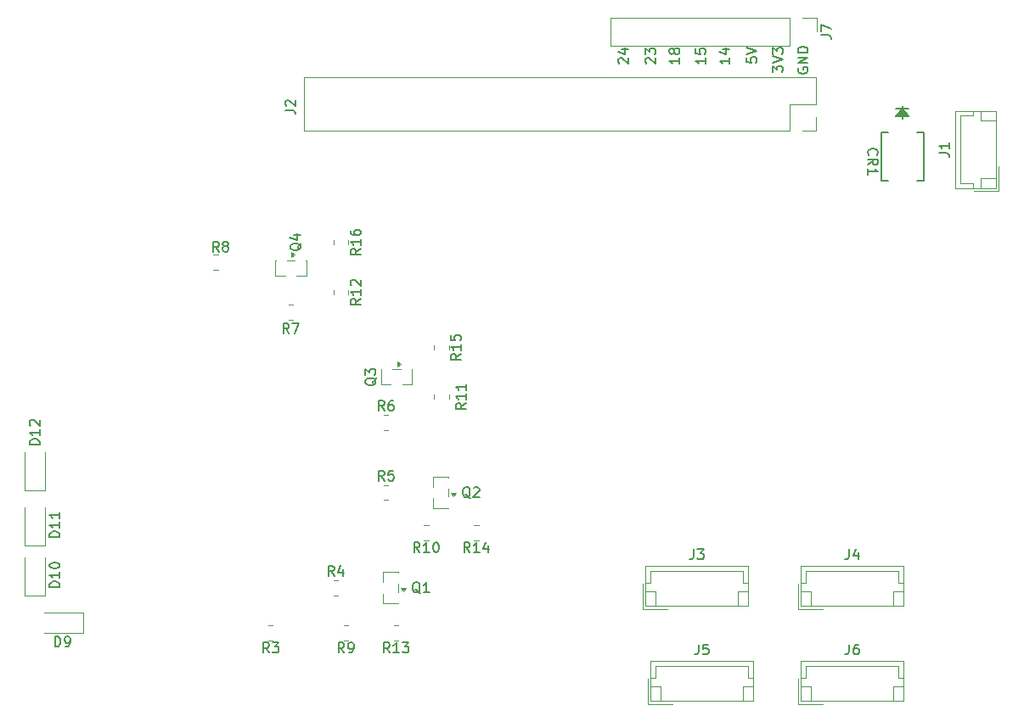
<source format=gbr>
%TF.GenerationSoftware,KiCad,Pcbnew,9.0.6*%
%TF.CreationDate,2025-12-07T15:07:03-05:00*%
%TF.ProjectId,IO_board,494f5f62-6f61-4726-942e-6b696361645f,rev?*%
%TF.SameCoordinates,Original*%
%TF.FileFunction,Legend,Top*%
%TF.FilePolarity,Positive*%
%FSLAX46Y46*%
G04 Gerber Fmt 4.6, Leading zero omitted, Abs format (unit mm)*
G04 Created by KiCad (PCBNEW 9.0.6) date 2025-12-07 15:07:03*
%MOMM*%
%LPD*%
G01*
G04 APERTURE LIST*
%ADD10C,0.200000*%
%ADD11C,0.150000*%
%ADD12C,0.120000*%
%ADD13C,0.152400*%
G04 APERTURE END LIST*
D10*
X153614838Y-64106517D02*
X153567219Y-64201755D01*
X153567219Y-64201755D02*
X153567219Y-64344612D01*
X153567219Y-64344612D02*
X153614838Y-64487469D01*
X153614838Y-64487469D02*
X153710076Y-64582707D01*
X153710076Y-64582707D02*
X153805314Y-64630326D01*
X153805314Y-64630326D02*
X153995790Y-64677945D01*
X153995790Y-64677945D02*
X154138647Y-64677945D01*
X154138647Y-64677945D02*
X154329123Y-64630326D01*
X154329123Y-64630326D02*
X154424361Y-64582707D01*
X154424361Y-64582707D02*
X154519600Y-64487469D01*
X154519600Y-64487469D02*
X154567219Y-64344612D01*
X154567219Y-64344612D02*
X154567219Y-64249374D01*
X154567219Y-64249374D02*
X154519600Y-64106517D01*
X154519600Y-64106517D02*
X154471980Y-64058898D01*
X154471980Y-64058898D02*
X154138647Y-64058898D01*
X154138647Y-64058898D02*
X154138647Y-64249374D01*
X154567219Y-63630326D02*
X153567219Y-63630326D01*
X153567219Y-63630326D02*
X154567219Y-63058898D01*
X154567219Y-63058898D02*
X153567219Y-63058898D01*
X154567219Y-62582707D02*
X153567219Y-62582707D01*
X153567219Y-62582707D02*
X153567219Y-62344612D01*
X153567219Y-62344612D02*
X153614838Y-62201755D01*
X153614838Y-62201755D02*
X153710076Y-62106517D01*
X153710076Y-62106517D02*
X153805314Y-62058898D01*
X153805314Y-62058898D02*
X153995790Y-62011279D01*
X153995790Y-62011279D02*
X154138647Y-62011279D01*
X154138647Y-62011279D02*
X154329123Y-62058898D01*
X154329123Y-62058898D02*
X154424361Y-62106517D01*
X154424361Y-62106517D02*
X154519600Y-62201755D01*
X154519600Y-62201755D02*
X154567219Y-62344612D01*
X154567219Y-62344612D02*
X154567219Y-62582707D01*
X151067219Y-64525564D02*
X151067219Y-63906517D01*
X151067219Y-63906517D02*
X151448171Y-64239850D01*
X151448171Y-64239850D02*
X151448171Y-64096993D01*
X151448171Y-64096993D02*
X151495790Y-64001755D01*
X151495790Y-64001755D02*
X151543409Y-63954136D01*
X151543409Y-63954136D02*
X151638647Y-63906517D01*
X151638647Y-63906517D02*
X151876742Y-63906517D01*
X151876742Y-63906517D02*
X151971980Y-63954136D01*
X151971980Y-63954136D02*
X152019600Y-64001755D01*
X152019600Y-64001755D02*
X152067219Y-64096993D01*
X152067219Y-64096993D02*
X152067219Y-64382707D01*
X152067219Y-64382707D02*
X152019600Y-64477945D01*
X152019600Y-64477945D02*
X151971980Y-64525564D01*
X151067219Y-63620802D02*
X152067219Y-63287469D01*
X152067219Y-63287469D02*
X151067219Y-62954136D01*
X151067219Y-62716040D02*
X151067219Y-62096993D01*
X151067219Y-62096993D02*
X151448171Y-62430326D01*
X151448171Y-62430326D02*
X151448171Y-62287469D01*
X151448171Y-62287469D02*
X151495790Y-62192231D01*
X151495790Y-62192231D02*
X151543409Y-62144612D01*
X151543409Y-62144612D02*
X151638647Y-62096993D01*
X151638647Y-62096993D02*
X151876742Y-62096993D01*
X151876742Y-62096993D02*
X151971980Y-62144612D01*
X151971980Y-62144612D02*
X152019600Y-62192231D01*
X152019600Y-62192231D02*
X152067219Y-62287469D01*
X152067219Y-62287469D02*
X152067219Y-62573183D01*
X152067219Y-62573183D02*
X152019600Y-62668421D01*
X152019600Y-62668421D02*
X151971980Y-62716040D01*
X148467219Y-63054136D02*
X148467219Y-63530326D01*
X148467219Y-63530326D02*
X148943409Y-63577945D01*
X148943409Y-63577945D02*
X148895790Y-63530326D01*
X148895790Y-63530326D02*
X148848171Y-63435088D01*
X148848171Y-63435088D02*
X148848171Y-63196993D01*
X148848171Y-63196993D02*
X148895790Y-63101755D01*
X148895790Y-63101755D02*
X148943409Y-63054136D01*
X148943409Y-63054136D02*
X149038647Y-63006517D01*
X149038647Y-63006517D02*
X149276742Y-63006517D01*
X149276742Y-63006517D02*
X149371980Y-63054136D01*
X149371980Y-63054136D02*
X149419600Y-63101755D01*
X149419600Y-63101755D02*
X149467219Y-63196993D01*
X149467219Y-63196993D02*
X149467219Y-63435088D01*
X149467219Y-63435088D02*
X149419600Y-63530326D01*
X149419600Y-63530326D02*
X149371980Y-63577945D01*
X148467219Y-62720802D02*
X149467219Y-62387469D01*
X149467219Y-62387469D02*
X148467219Y-62054136D01*
X146767219Y-63106517D02*
X146767219Y-63677945D01*
X146767219Y-63392231D02*
X145767219Y-63392231D01*
X145767219Y-63392231D02*
X145910076Y-63487469D01*
X145910076Y-63487469D02*
X146005314Y-63582707D01*
X146005314Y-63582707D02*
X146052933Y-63677945D01*
X146100552Y-62249374D02*
X146767219Y-62249374D01*
X145719600Y-62487469D02*
X146433885Y-62725564D01*
X146433885Y-62725564D02*
X146433885Y-62106517D01*
X144367219Y-63106517D02*
X144367219Y-63677945D01*
X144367219Y-63392231D02*
X143367219Y-63392231D01*
X143367219Y-63392231D02*
X143510076Y-63487469D01*
X143510076Y-63487469D02*
X143605314Y-63582707D01*
X143605314Y-63582707D02*
X143652933Y-63677945D01*
X143367219Y-62201755D02*
X143367219Y-62677945D01*
X143367219Y-62677945D02*
X143843409Y-62725564D01*
X143843409Y-62725564D02*
X143795790Y-62677945D01*
X143795790Y-62677945D02*
X143748171Y-62582707D01*
X143748171Y-62582707D02*
X143748171Y-62344612D01*
X143748171Y-62344612D02*
X143795790Y-62249374D01*
X143795790Y-62249374D02*
X143843409Y-62201755D01*
X143843409Y-62201755D02*
X143938647Y-62154136D01*
X143938647Y-62154136D02*
X144176742Y-62154136D01*
X144176742Y-62154136D02*
X144271980Y-62201755D01*
X144271980Y-62201755D02*
X144319600Y-62249374D01*
X144319600Y-62249374D02*
X144367219Y-62344612D01*
X144367219Y-62344612D02*
X144367219Y-62582707D01*
X144367219Y-62582707D02*
X144319600Y-62677945D01*
X144319600Y-62677945D02*
X144271980Y-62725564D01*
X141767219Y-63106517D02*
X141767219Y-63677945D01*
X141767219Y-63392231D02*
X140767219Y-63392231D01*
X140767219Y-63392231D02*
X140910076Y-63487469D01*
X140910076Y-63487469D02*
X141005314Y-63582707D01*
X141005314Y-63582707D02*
X141052933Y-63677945D01*
X141195790Y-62535088D02*
X141148171Y-62630326D01*
X141148171Y-62630326D02*
X141100552Y-62677945D01*
X141100552Y-62677945D02*
X141005314Y-62725564D01*
X141005314Y-62725564D02*
X140957695Y-62725564D01*
X140957695Y-62725564D02*
X140862457Y-62677945D01*
X140862457Y-62677945D02*
X140814838Y-62630326D01*
X140814838Y-62630326D02*
X140767219Y-62535088D01*
X140767219Y-62535088D02*
X140767219Y-62344612D01*
X140767219Y-62344612D02*
X140814838Y-62249374D01*
X140814838Y-62249374D02*
X140862457Y-62201755D01*
X140862457Y-62201755D02*
X140957695Y-62154136D01*
X140957695Y-62154136D02*
X141005314Y-62154136D01*
X141005314Y-62154136D02*
X141100552Y-62201755D01*
X141100552Y-62201755D02*
X141148171Y-62249374D01*
X141148171Y-62249374D02*
X141195790Y-62344612D01*
X141195790Y-62344612D02*
X141195790Y-62535088D01*
X141195790Y-62535088D02*
X141243409Y-62630326D01*
X141243409Y-62630326D02*
X141291028Y-62677945D01*
X141291028Y-62677945D02*
X141386266Y-62725564D01*
X141386266Y-62725564D02*
X141576742Y-62725564D01*
X141576742Y-62725564D02*
X141671980Y-62677945D01*
X141671980Y-62677945D02*
X141719600Y-62630326D01*
X141719600Y-62630326D02*
X141767219Y-62535088D01*
X141767219Y-62535088D02*
X141767219Y-62344612D01*
X141767219Y-62344612D02*
X141719600Y-62249374D01*
X141719600Y-62249374D02*
X141671980Y-62201755D01*
X141671980Y-62201755D02*
X141576742Y-62154136D01*
X141576742Y-62154136D02*
X141386266Y-62154136D01*
X141386266Y-62154136D02*
X141291028Y-62201755D01*
X141291028Y-62201755D02*
X141243409Y-62249374D01*
X141243409Y-62249374D02*
X141195790Y-62344612D01*
X138462457Y-63677945D02*
X138414838Y-63630326D01*
X138414838Y-63630326D02*
X138367219Y-63535088D01*
X138367219Y-63535088D02*
X138367219Y-63296993D01*
X138367219Y-63296993D02*
X138414838Y-63201755D01*
X138414838Y-63201755D02*
X138462457Y-63154136D01*
X138462457Y-63154136D02*
X138557695Y-63106517D01*
X138557695Y-63106517D02*
X138652933Y-63106517D01*
X138652933Y-63106517D02*
X138795790Y-63154136D01*
X138795790Y-63154136D02*
X139367219Y-63725564D01*
X139367219Y-63725564D02*
X139367219Y-63106517D01*
X138367219Y-62773183D02*
X138367219Y-62154136D01*
X138367219Y-62154136D02*
X138748171Y-62487469D01*
X138748171Y-62487469D02*
X138748171Y-62344612D01*
X138748171Y-62344612D02*
X138795790Y-62249374D01*
X138795790Y-62249374D02*
X138843409Y-62201755D01*
X138843409Y-62201755D02*
X138938647Y-62154136D01*
X138938647Y-62154136D02*
X139176742Y-62154136D01*
X139176742Y-62154136D02*
X139271980Y-62201755D01*
X139271980Y-62201755D02*
X139319600Y-62249374D01*
X139319600Y-62249374D02*
X139367219Y-62344612D01*
X139367219Y-62344612D02*
X139367219Y-62630326D01*
X139367219Y-62630326D02*
X139319600Y-62725564D01*
X139319600Y-62725564D02*
X139271980Y-62773183D01*
X135762457Y-63677945D02*
X135714838Y-63630326D01*
X135714838Y-63630326D02*
X135667219Y-63535088D01*
X135667219Y-63535088D02*
X135667219Y-63296993D01*
X135667219Y-63296993D02*
X135714838Y-63201755D01*
X135714838Y-63201755D02*
X135762457Y-63154136D01*
X135762457Y-63154136D02*
X135857695Y-63106517D01*
X135857695Y-63106517D02*
X135952933Y-63106517D01*
X135952933Y-63106517D02*
X136095790Y-63154136D01*
X136095790Y-63154136D02*
X136667219Y-63725564D01*
X136667219Y-63725564D02*
X136667219Y-63106517D01*
X136000552Y-62249374D02*
X136667219Y-62249374D01*
X135619600Y-62487469D02*
X136333885Y-62725564D01*
X136333885Y-62725564D02*
X136333885Y-62106517D01*
D11*
X102454819Y-68333333D02*
X103169104Y-68333333D01*
X103169104Y-68333333D02*
X103311961Y-68380952D01*
X103311961Y-68380952D02*
X103407200Y-68476190D01*
X103407200Y-68476190D02*
X103454819Y-68619047D01*
X103454819Y-68619047D02*
X103454819Y-68714285D01*
X102550057Y-67904761D02*
X102502438Y-67857142D01*
X102502438Y-67857142D02*
X102454819Y-67761904D01*
X102454819Y-67761904D02*
X102454819Y-67523809D01*
X102454819Y-67523809D02*
X102502438Y-67428571D01*
X102502438Y-67428571D02*
X102550057Y-67380952D01*
X102550057Y-67380952D02*
X102645295Y-67333333D01*
X102645295Y-67333333D02*
X102740533Y-67333333D01*
X102740533Y-67333333D02*
X102883390Y-67380952D01*
X102883390Y-67380952D02*
X103454819Y-67952380D01*
X103454819Y-67952380D02*
X103454819Y-67333333D01*
X160640419Y-72788633D02*
X160592800Y-72741014D01*
X160592800Y-72741014D02*
X160545180Y-72598157D01*
X160545180Y-72598157D02*
X160545180Y-72502919D01*
X160545180Y-72502919D02*
X160592800Y-72360062D01*
X160592800Y-72360062D02*
X160688038Y-72264824D01*
X160688038Y-72264824D02*
X160783276Y-72217205D01*
X160783276Y-72217205D02*
X160973752Y-72169586D01*
X160973752Y-72169586D02*
X161116609Y-72169586D01*
X161116609Y-72169586D02*
X161307085Y-72217205D01*
X161307085Y-72217205D02*
X161402323Y-72264824D01*
X161402323Y-72264824D02*
X161497561Y-72360062D01*
X161497561Y-72360062D02*
X161545180Y-72502919D01*
X161545180Y-72502919D02*
X161545180Y-72598157D01*
X161545180Y-72598157D02*
X161497561Y-72741014D01*
X161497561Y-72741014D02*
X161449942Y-72788633D01*
X160545180Y-73788633D02*
X161021371Y-73455300D01*
X160545180Y-73217205D02*
X161545180Y-73217205D01*
X161545180Y-73217205D02*
X161545180Y-73598157D01*
X161545180Y-73598157D02*
X161497561Y-73693395D01*
X161497561Y-73693395D02*
X161449942Y-73741014D01*
X161449942Y-73741014D02*
X161354704Y-73788633D01*
X161354704Y-73788633D02*
X161211847Y-73788633D01*
X161211847Y-73788633D02*
X161116609Y-73741014D01*
X161116609Y-73741014D02*
X161068990Y-73693395D01*
X161068990Y-73693395D02*
X161021371Y-73598157D01*
X161021371Y-73598157D02*
X161021371Y-73217205D01*
X160545180Y-74741014D02*
X160545180Y-74169586D01*
X160545180Y-74455300D02*
X161545180Y-74455300D01*
X161545180Y-74455300D02*
X161402323Y-74360062D01*
X161402323Y-74360062D02*
X161307085Y-74264824D01*
X161307085Y-74264824D02*
X161259466Y-74169586D01*
X155874819Y-60833333D02*
X156589104Y-60833333D01*
X156589104Y-60833333D02*
X156731961Y-60880952D01*
X156731961Y-60880952D02*
X156827200Y-60976190D01*
X156827200Y-60976190D02*
X156874819Y-61119047D01*
X156874819Y-61119047D02*
X156874819Y-61214285D01*
X155874819Y-60452380D02*
X155874819Y-59785714D01*
X155874819Y-59785714D02*
X156874819Y-60214285D01*
X143666666Y-121654819D02*
X143666666Y-122369104D01*
X143666666Y-122369104D02*
X143619047Y-122511961D01*
X143619047Y-122511961D02*
X143523809Y-122607200D01*
X143523809Y-122607200D02*
X143380952Y-122654819D01*
X143380952Y-122654819D02*
X143285714Y-122654819D01*
X144619047Y-121654819D02*
X144142857Y-121654819D01*
X144142857Y-121654819D02*
X144095238Y-122131009D01*
X144095238Y-122131009D02*
X144142857Y-122083390D01*
X144142857Y-122083390D02*
X144238095Y-122035771D01*
X144238095Y-122035771D02*
X144476190Y-122035771D01*
X144476190Y-122035771D02*
X144571428Y-122083390D01*
X144571428Y-122083390D02*
X144619047Y-122131009D01*
X144619047Y-122131009D02*
X144666666Y-122226247D01*
X144666666Y-122226247D02*
X144666666Y-122464342D01*
X144666666Y-122464342D02*
X144619047Y-122559580D01*
X144619047Y-122559580D02*
X144571428Y-122607200D01*
X144571428Y-122607200D02*
X144476190Y-122654819D01*
X144476190Y-122654819D02*
X144238095Y-122654819D01*
X144238095Y-122654819D02*
X144142857Y-122607200D01*
X144142857Y-122607200D02*
X144095238Y-122559580D01*
X143166666Y-112154819D02*
X143166666Y-112869104D01*
X143166666Y-112869104D02*
X143119047Y-113011961D01*
X143119047Y-113011961D02*
X143023809Y-113107200D01*
X143023809Y-113107200D02*
X142880952Y-113154819D01*
X142880952Y-113154819D02*
X142785714Y-113154819D01*
X143547619Y-112154819D02*
X144166666Y-112154819D01*
X144166666Y-112154819D02*
X143833333Y-112535771D01*
X143833333Y-112535771D02*
X143976190Y-112535771D01*
X143976190Y-112535771D02*
X144071428Y-112583390D01*
X144071428Y-112583390D02*
X144119047Y-112631009D01*
X144119047Y-112631009D02*
X144166666Y-112726247D01*
X144166666Y-112726247D02*
X144166666Y-112964342D01*
X144166666Y-112964342D02*
X144119047Y-113059580D01*
X144119047Y-113059580D02*
X144071428Y-113107200D01*
X144071428Y-113107200D02*
X143976190Y-113154819D01*
X143976190Y-113154819D02*
X143690476Y-113154819D01*
X143690476Y-113154819D02*
X143595238Y-113107200D01*
X143595238Y-113107200D02*
X143547619Y-113059580D01*
X158666666Y-112154819D02*
X158666666Y-112869104D01*
X158666666Y-112869104D02*
X158619047Y-113011961D01*
X158619047Y-113011961D02*
X158523809Y-113107200D01*
X158523809Y-113107200D02*
X158380952Y-113154819D01*
X158380952Y-113154819D02*
X158285714Y-113154819D01*
X159571428Y-112488152D02*
X159571428Y-113154819D01*
X159333333Y-112107200D02*
X159095238Y-112821485D01*
X159095238Y-112821485D02*
X159714285Y-112821485D01*
X158666666Y-121654819D02*
X158666666Y-122369104D01*
X158666666Y-122369104D02*
X158619047Y-122511961D01*
X158619047Y-122511961D02*
X158523809Y-122607200D01*
X158523809Y-122607200D02*
X158380952Y-122654819D01*
X158380952Y-122654819D02*
X158285714Y-122654819D01*
X159571428Y-121654819D02*
X159380952Y-121654819D01*
X159380952Y-121654819D02*
X159285714Y-121702438D01*
X159285714Y-121702438D02*
X159238095Y-121750057D01*
X159238095Y-121750057D02*
X159142857Y-121892914D01*
X159142857Y-121892914D02*
X159095238Y-122083390D01*
X159095238Y-122083390D02*
X159095238Y-122464342D01*
X159095238Y-122464342D02*
X159142857Y-122559580D01*
X159142857Y-122559580D02*
X159190476Y-122607200D01*
X159190476Y-122607200D02*
X159285714Y-122654819D01*
X159285714Y-122654819D02*
X159476190Y-122654819D01*
X159476190Y-122654819D02*
X159571428Y-122607200D01*
X159571428Y-122607200D02*
X159619047Y-122559580D01*
X159619047Y-122559580D02*
X159666666Y-122464342D01*
X159666666Y-122464342D02*
X159666666Y-122226247D01*
X159666666Y-122226247D02*
X159619047Y-122131009D01*
X159619047Y-122131009D02*
X159571428Y-122083390D01*
X159571428Y-122083390D02*
X159476190Y-122035771D01*
X159476190Y-122035771D02*
X159285714Y-122035771D01*
X159285714Y-122035771D02*
X159190476Y-122083390D01*
X159190476Y-122083390D02*
X159142857Y-122131009D01*
X159142857Y-122131009D02*
X159095238Y-122226247D01*
X104050057Y-81595238D02*
X104002438Y-81690476D01*
X104002438Y-81690476D02*
X103907200Y-81785714D01*
X103907200Y-81785714D02*
X103764342Y-81928571D01*
X103764342Y-81928571D02*
X103716723Y-82023809D01*
X103716723Y-82023809D02*
X103716723Y-82119047D01*
X103954819Y-82071428D02*
X103907200Y-82166666D01*
X103907200Y-82166666D02*
X103811961Y-82261904D01*
X103811961Y-82261904D02*
X103621485Y-82309523D01*
X103621485Y-82309523D02*
X103288152Y-82309523D01*
X103288152Y-82309523D02*
X103097676Y-82261904D01*
X103097676Y-82261904D02*
X103002438Y-82166666D01*
X103002438Y-82166666D02*
X102954819Y-82071428D01*
X102954819Y-82071428D02*
X102954819Y-81880952D01*
X102954819Y-81880952D02*
X103002438Y-81785714D01*
X103002438Y-81785714D02*
X103097676Y-81690476D01*
X103097676Y-81690476D02*
X103288152Y-81642857D01*
X103288152Y-81642857D02*
X103621485Y-81642857D01*
X103621485Y-81642857D02*
X103811961Y-81690476D01*
X103811961Y-81690476D02*
X103907200Y-81785714D01*
X103907200Y-81785714D02*
X103954819Y-81880952D01*
X103954819Y-81880952D02*
X103954819Y-82071428D01*
X103288152Y-80785714D02*
X103954819Y-80785714D01*
X102907200Y-81023809D02*
X103621485Y-81261904D01*
X103621485Y-81261904D02*
X103621485Y-80642857D01*
X115857142Y-112454819D02*
X115523809Y-111978628D01*
X115285714Y-112454819D02*
X115285714Y-111454819D01*
X115285714Y-111454819D02*
X115666666Y-111454819D01*
X115666666Y-111454819D02*
X115761904Y-111502438D01*
X115761904Y-111502438D02*
X115809523Y-111550057D01*
X115809523Y-111550057D02*
X115857142Y-111645295D01*
X115857142Y-111645295D02*
X115857142Y-111788152D01*
X115857142Y-111788152D02*
X115809523Y-111883390D01*
X115809523Y-111883390D02*
X115761904Y-111931009D01*
X115761904Y-111931009D02*
X115666666Y-111978628D01*
X115666666Y-111978628D02*
X115285714Y-111978628D01*
X116809523Y-112454819D02*
X116238095Y-112454819D01*
X116523809Y-112454819D02*
X116523809Y-111454819D01*
X116523809Y-111454819D02*
X116428571Y-111597676D01*
X116428571Y-111597676D02*
X116333333Y-111692914D01*
X116333333Y-111692914D02*
X116238095Y-111740533D01*
X117428571Y-111454819D02*
X117523809Y-111454819D01*
X117523809Y-111454819D02*
X117619047Y-111502438D01*
X117619047Y-111502438D02*
X117666666Y-111550057D01*
X117666666Y-111550057D02*
X117714285Y-111645295D01*
X117714285Y-111645295D02*
X117761904Y-111835771D01*
X117761904Y-111835771D02*
X117761904Y-112073866D01*
X117761904Y-112073866D02*
X117714285Y-112264342D01*
X117714285Y-112264342D02*
X117666666Y-112359580D01*
X117666666Y-112359580D02*
X117619047Y-112407200D01*
X117619047Y-112407200D02*
X117523809Y-112454819D01*
X117523809Y-112454819D02*
X117428571Y-112454819D01*
X117428571Y-112454819D02*
X117333333Y-112407200D01*
X117333333Y-112407200D02*
X117285714Y-112359580D01*
X117285714Y-112359580D02*
X117238095Y-112264342D01*
X117238095Y-112264342D02*
X117190476Y-112073866D01*
X117190476Y-112073866D02*
X117190476Y-111835771D01*
X117190476Y-111835771D02*
X117238095Y-111645295D01*
X117238095Y-111645295D02*
X117285714Y-111550057D01*
X117285714Y-111550057D02*
X117333333Y-111502438D01*
X117333333Y-111502438D02*
X117428571Y-111454819D01*
X120857142Y-112454819D02*
X120523809Y-111978628D01*
X120285714Y-112454819D02*
X120285714Y-111454819D01*
X120285714Y-111454819D02*
X120666666Y-111454819D01*
X120666666Y-111454819D02*
X120761904Y-111502438D01*
X120761904Y-111502438D02*
X120809523Y-111550057D01*
X120809523Y-111550057D02*
X120857142Y-111645295D01*
X120857142Y-111645295D02*
X120857142Y-111788152D01*
X120857142Y-111788152D02*
X120809523Y-111883390D01*
X120809523Y-111883390D02*
X120761904Y-111931009D01*
X120761904Y-111931009D02*
X120666666Y-111978628D01*
X120666666Y-111978628D02*
X120285714Y-111978628D01*
X121809523Y-112454819D02*
X121238095Y-112454819D01*
X121523809Y-112454819D02*
X121523809Y-111454819D01*
X121523809Y-111454819D02*
X121428571Y-111597676D01*
X121428571Y-111597676D02*
X121333333Y-111692914D01*
X121333333Y-111692914D02*
X121238095Y-111740533D01*
X122666666Y-111788152D02*
X122666666Y-112454819D01*
X122428571Y-111407200D02*
X122190476Y-112121485D01*
X122190476Y-112121485D02*
X122809523Y-112121485D01*
X120904761Y-107050057D02*
X120809523Y-107002438D01*
X120809523Y-107002438D02*
X120714285Y-106907200D01*
X120714285Y-106907200D02*
X120571428Y-106764342D01*
X120571428Y-106764342D02*
X120476190Y-106716723D01*
X120476190Y-106716723D02*
X120380952Y-106716723D01*
X120428571Y-106954819D02*
X120333333Y-106907200D01*
X120333333Y-106907200D02*
X120238095Y-106811961D01*
X120238095Y-106811961D02*
X120190476Y-106621485D01*
X120190476Y-106621485D02*
X120190476Y-106288152D01*
X120190476Y-106288152D02*
X120238095Y-106097676D01*
X120238095Y-106097676D02*
X120333333Y-106002438D01*
X120333333Y-106002438D02*
X120428571Y-105954819D01*
X120428571Y-105954819D02*
X120619047Y-105954819D01*
X120619047Y-105954819D02*
X120714285Y-106002438D01*
X120714285Y-106002438D02*
X120809523Y-106097676D01*
X120809523Y-106097676D02*
X120857142Y-106288152D01*
X120857142Y-106288152D02*
X120857142Y-106621485D01*
X120857142Y-106621485D02*
X120809523Y-106811961D01*
X120809523Y-106811961D02*
X120714285Y-106907200D01*
X120714285Y-106907200D02*
X120619047Y-106954819D01*
X120619047Y-106954819D02*
X120428571Y-106954819D01*
X121238095Y-106050057D02*
X121285714Y-106002438D01*
X121285714Y-106002438D02*
X121380952Y-105954819D01*
X121380952Y-105954819D02*
X121619047Y-105954819D01*
X121619047Y-105954819D02*
X121714285Y-106002438D01*
X121714285Y-106002438D02*
X121761904Y-106050057D01*
X121761904Y-106050057D02*
X121809523Y-106145295D01*
X121809523Y-106145295D02*
X121809523Y-106240533D01*
X121809523Y-106240533D02*
X121761904Y-106383390D01*
X121761904Y-106383390D02*
X121190476Y-106954819D01*
X121190476Y-106954819D02*
X121809523Y-106954819D01*
X112333333Y-98304819D02*
X112000000Y-97828628D01*
X111761905Y-98304819D02*
X111761905Y-97304819D01*
X111761905Y-97304819D02*
X112142857Y-97304819D01*
X112142857Y-97304819D02*
X112238095Y-97352438D01*
X112238095Y-97352438D02*
X112285714Y-97400057D01*
X112285714Y-97400057D02*
X112333333Y-97495295D01*
X112333333Y-97495295D02*
X112333333Y-97638152D01*
X112333333Y-97638152D02*
X112285714Y-97733390D01*
X112285714Y-97733390D02*
X112238095Y-97781009D01*
X112238095Y-97781009D02*
X112142857Y-97828628D01*
X112142857Y-97828628D02*
X111761905Y-97828628D01*
X113190476Y-97304819D02*
X113000000Y-97304819D01*
X113000000Y-97304819D02*
X112904762Y-97352438D01*
X112904762Y-97352438D02*
X112857143Y-97400057D01*
X112857143Y-97400057D02*
X112761905Y-97542914D01*
X112761905Y-97542914D02*
X112714286Y-97733390D01*
X112714286Y-97733390D02*
X112714286Y-98114342D01*
X112714286Y-98114342D02*
X112761905Y-98209580D01*
X112761905Y-98209580D02*
X112809524Y-98257200D01*
X112809524Y-98257200D02*
X112904762Y-98304819D01*
X112904762Y-98304819D02*
X113095238Y-98304819D01*
X113095238Y-98304819D02*
X113190476Y-98257200D01*
X113190476Y-98257200D02*
X113238095Y-98209580D01*
X113238095Y-98209580D02*
X113285714Y-98114342D01*
X113285714Y-98114342D02*
X113285714Y-97876247D01*
X113285714Y-97876247D02*
X113238095Y-97781009D01*
X113238095Y-97781009D02*
X113190476Y-97733390D01*
X113190476Y-97733390D02*
X113095238Y-97685771D01*
X113095238Y-97685771D02*
X112904762Y-97685771D01*
X112904762Y-97685771D02*
X112809524Y-97733390D01*
X112809524Y-97733390D02*
X112761905Y-97781009D01*
X112761905Y-97781009D02*
X112714286Y-97876247D01*
X107333333Y-114804819D02*
X107000000Y-114328628D01*
X106761905Y-114804819D02*
X106761905Y-113804819D01*
X106761905Y-113804819D02*
X107142857Y-113804819D01*
X107142857Y-113804819D02*
X107238095Y-113852438D01*
X107238095Y-113852438D02*
X107285714Y-113900057D01*
X107285714Y-113900057D02*
X107333333Y-113995295D01*
X107333333Y-113995295D02*
X107333333Y-114138152D01*
X107333333Y-114138152D02*
X107285714Y-114233390D01*
X107285714Y-114233390D02*
X107238095Y-114281009D01*
X107238095Y-114281009D02*
X107142857Y-114328628D01*
X107142857Y-114328628D02*
X106761905Y-114328628D01*
X108190476Y-114138152D02*
X108190476Y-114804819D01*
X107952381Y-113757200D02*
X107714286Y-114471485D01*
X107714286Y-114471485D02*
X108333333Y-114471485D01*
X109954819Y-87142857D02*
X109478628Y-87476190D01*
X109954819Y-87714285D02*
X108954819Y-87714285D01*
X108954819Y-87714285D02*
X108954819Y-87333333D01*
X108954819Y-87333333D02*
X109002438Y-87238095D01*
X109002438Y-87238095D02*
X109050057Y-87190476D01*
X109050057Y-87190476D02*
X109145295Y-87142857D01*
X109145295Y-87142857D02*
X109288152Y-87142857D01*
X109288152Y-87142857D02*
X109383390Y-87190476D01*
X109383390Y-87190476D02*
X109431009Y-87238095D01*
X109431009Y-87238095D02*
X109478628Y-87333333D01*
X109478628Y-87333333D02*
X109478628Y-87714285D01*
X109954819Y-86190476D02*
X109954819Y-86761904D01*
X109954819Y-86476190D02*
X108954819Y-86476190D01*
X108954819Y-86476190D02*
X109097676Y-86571428D01*
X109097676Y-86571428D02*
X109192914Y-86666666D01*
X109192914Y-86666666D02*
X109240533Y-86761904D01*
X109050057Y-85809523D02*
X109002438Y-85761904D01*
X109002438Y-85761904D02*
X108954819Y-85666666D01*
X108954819Y-85666666D02*
X108954819Y-85428571D01*
X108954819Y-85428571D02*
X109002438Y-85333333D01*
X109002438Y-85333333D02*
X109050057Y-85285714D01*
X109050057Y-85285714D02*
X109145295Y-85238095D01*
X109145295Y-85238095D02*
X109240533Y-85238095D01*
X109240533Y-85238095D02*
X109383390Y-85285714D01*
X109383390Y-85285714D02*
X109954819Y-85857142D01*
X109954819Y-85857142D02*
X109954819Y-85238095D01*
X108333333Y-122454819D02*
X108000000Y-121978628D01*
X107761905Y-122454819D02*
X107761905Y-121454819D01*
X107761905Y-121454819D02*
X108142857Y-121454819D01*
X108142857Y-121454819D02*
X108238095Y-121502438D01*
X108238095Y-121502438D02*
X108285714Y-121550057D01*
X108285714Y-121550057D02*
X108333333Y-121645295D01*
X108333333Y-121645295D02*
X108333333Y-121788152D01*
X108333333Y-121788152D02*
X108285714Y-121883390D01*
X108285714Y-121883390D02*
X108238095Y-121931009D01*
X108238095Y-121931009D02*
X108142857Y-121978628D01*
X108142857Y-121978628D02*
X107761905Y-121978628D01*
X108809524Y-122454819D02*
X109000000Y-122454819D01*
X109000000Y-122454819D02*
X109095238Y-122407200D01*
X109095238Y-122407200D02*
X109142857Y-122359580D01*
X109142857Y-122359580D02*
X109238095Y-122216723D01*
X109238095Y-122216723D02*
X109285714Y-122026247D01*
X109285714Y-122026247D02*
X109285714Y-121645295D01*
X109285714Y-121645295D02*
X109238095Y-121550057D01*
X109238095Y-121550057D02*
X109190476Y-121502438D01*
X109190476Y-121502438D02*
X109095238Y-121454819D01*
X109095238Y-121454819D02*
X108904762Y-121454819D01*
X108904762Y-121454819D02*
X108809524Y-121502438D01*
X108809524Y-121502438D02*
X108761905Y-121550057D01*
X108761905Y-121550057D02*
X108714286Y-121645295D01*
X108714286Y-121645295D02*
X108714286Y-121883390D01*
X108714286Y-121883390D02*
X108761905Y-121978628D01*
X108761905Y-121978628D02*
X108809524Y-122026247D01*
X108809524Y-122026247D02*
X108904762Y-122073866D01*
X108904762Y-122073866D02*
X109095238Y-122073866D01*
X109095238Y-122073866D02*
X109190476Y-122026247D01*
X109190476Y-122026247D02*
X109238095Y-121978628D01*
X109238095Y-121978628D02*
X109285714Y-121883390D01*
X111550057Y-95032738D02*
X111502438Y-95127976D01*
X111502438Y-95127976D02*
X111407200Y-95223214D01*
X111407200Y-95223214D02*
X111264342Y-95366071D01*
X111264342Y-95366071D02*
X111216723Y-95461309D01*
X111216723Y-95461309D02*
X111216723Y-95556547D01*
X111454819Y-95508928D02*
X111407200Y-95604166D01*
X111407200Y-95604166D02*
X111311961Y-95699404D01*
X111311961Y-95699404D02*
X111121485Y-95747023D01*
X111121485Y-95747023D02*
X110788152Y-95747023D01*
X110788152Y-95747023D02*
X110597676Y-95699404D01*
X110597676Y-95699404D02*
X110502438Y-95604166D01*
X110502438Y-95604166D02*
X110454819Y-95508928D01*
X110454819Y-95508928D02*
X110454819Y-95318452D01*
X110454819Y-95318452D02*
X110502438Y-95223214D01*
X110502438Y-95223214D02*
X110597676Y-95127976D01*
X110597676Y-95127976D02*
X110788152Y-95080357D01*
X110788152Y-95080357D02*
X111121485Y-95080357D01*
X111121485Y-95080357D02*
X111311961Y-95127976D01*
X111311961Y-95127976D02*
X111407200Y-95223214D01*
X111407200Y-95223214D02*
X111454819Y-95318452D01*
X111454819Y-95318452D02*
X111454819Y-95508928D01*
X110454819Y-94747023D02*
X110454819Y-94127976D01*
X110454819Y-94127976D02*
X110835771Y-94461309D01*
X110835771Y-94461309D02*
X110835771Y-94318452D01*
X110835771Y-94318452D02*
X110883390Y-94223214D01*
X110883390Y-94223214D02*
X110931009Y-94175595D01*
X110931009Y-94175595D02*
X111026247Y-94127976D01*
X111026247Y-94127976D02*
X111264342Y-94127976D01*
X111264342Y-94127976D02*
X111359580Y-94175595D01*
X111359580Y-94175595D02*
X111407200Y-94223214D01*
X111407200Y-94223214D02*
X111454819Y-94318452D01*
X111454819Y-94318452D02*
X111454819Y-94604166D01*
X111454819Y-94604166D02*
X111407200Y-94699404D01*
X111407200Y-94699404D02*
X111359580Y-94747023D01*
X112857142Y-122454819D02*
X112523809Y-121978628D01*
X112285714Y-122454819D02*
X112285714Y-121454819D01*
X112285714Y-121454819D02*
X112666666Y-121454819D01*
X112666666Y-121454819D02*
X112761904Y-121502438D01*
X112761904Y-121502438D02*
X112809523Y-121550057D01*
X112809523Y-121550057D02*
X112857142Y-121645295D01*
X112857142Y-121645295D02*
X112857142Y-121788152D01*
X112857142Y-121788152D02*
X112809523Y-121883390D01*
X112809523Y-121883390D02*
X112761904Y-121931009D01*
X112761904Y-121931009D02*
X112666666Y-121978628D01*
X112666666Y-121978628D02*
X112285714Y-121978628D01*
X113809523Y-122454819D02*
X113238095Y-122454819D01*
X113523809Y-122454819D02*
X113523809Y-121454819D01*
X113523809Y-121454819D02*
X113428571Y-121597676D01*
X113428571Y-121597676D02*
X113333333Y-121692914D01*
X113333333Y-121692914D02*
X113238095Y-121740533D01*
X114142857Y-121454819D02*
X114761904Y-121454819D01*
X114761904Y-121454819D02*
X114428571Y-121835771D01*
X114428571Y-121835771D02*
X114571428Y-121835771D01*
X114571428Y-121835771D02*
X114666666Y-121883390D01*
X114666666Y-121883390D02*
X114714285Y-121931009D01*
X114714285Y-121931009D02*
X114761904Y-122026247D01*
X114761904Y-122026247D02*
X114761904Y-122264342D01*
X114761904Y-122264342D02*
X114714285Y-122359580D01*
X114714285Y-122359580D02*
X114666666Y-122407200D01*
X114666666Y-122407200D02*
X114571428Y-122454819D01*
X114571428Y-122454819D02*
X114285714Y-122454819D01*
X114285714Y-122454819D02*
X114190476Y-122407200D01*
X114190476Y-122407200D02*
X114142857Y-122359580D01*
X95833333Y-82454819D02*
X95500000Y-81978628D01*
X95261905Y-82454819D02*
X95261905Y-81454819D01*
X95261905Y-81454819D02*
X95642857Y-81454819D01*
X95642857Y-81454819D02*
X95738095Y-81502438D01*
X95738095Y-81502438D02*
X95785714Y-81550057D01*
X95785714Y-81550057D02*
X95833333Y-81645295D01*
X95833333Y-81645295D02*
X95833333Y-81788152D01*
X95833333Y-81788152D02*
X95785714Y-81883390D01*
X95785714Y-81883390D02*
X95738095Y-81931009D01*
X95738095Y-81931009D02*
X95642857Y-81978628D01*
X95642857Y-81978628D02*
X95261905Y-81978628D01*
X96404762Y-81883390D02*
X96309524Y-81835771D01*
X96309524Y-81835771D02*
X96261905Y-81788152D01*
X96261905Y-81788152D02*
X96214286Y-81692914D01*
X96214286Y-81692914D02*
X96214286Y-81645295D01*
X96214286Y-81645295D02*
X96261905Y-81550057D01*
X96261905Y-81550057D02*
X96309524Y-81502438D01*
X96309524Y-81502438D02*
X96404762Y-81454819D01*
X96404762Y-81454819D02*
X96595238Y-81454819D01*
X96595238Y-81454819D02*
X96690476Y-81502438D01*
X96690476Y-81502438D02*
X96738095Y-81550057D01*
X96738095Y-81550057D02*
X96785714Y-81645295D01*
X96785714Y-81645295D02*
X96785714Y-81692914D01*
X96785714Y-81692914D02*
X96738095Y-81788152D01*
X96738095Y-81788152D02*
X96690476Y-81835771D01*
X96690476Y-81835771D02*
X96595238Y-81883390D01*
X96595238Y-81883390D02*
X96404762Y-81883390D01*
X96404762Y-81883390D02*
X96309524Y-81931009D01*
X96309524Y-81931009D02*
X96261905Y-81978628D01*
X96261905Y-81978628D02*
X96214286Y-82073866D01*
X96214286Y-82073866D02*
X96214286Y-82264342D01*
X96214286Y-82264342D02*
X96261905Y-82359580D01*
X96261905Y-82359580D02*
X96309524Y-82407200D01*
X96309524Y-82407200D02*
X96404762Y-82454819D01*
X96404762Y-82454819D02*
X96595238Y-82454819D01*
X96595238Y-82454819D02*
X96690476Y-82407200D01*
X96690476Y-82407200D02*
X96738095Y-82359580D01*
X96738095Y-82359580D02*
X96785714Y-82264342D01*
X96785714Y-82264342D02*
X96785714Y-82073866D01*
X96785714Y-82073866D02*
X96738095Y-81978628D01*
X96738095Y-81978628D02*
X96690476Y-81931009D01*
X96690476Y-81931009D02*
X96595238Y-81883390D01*
X112333333Y-105304819D02*
X112000000Y-104828628D01*
X111761905Y-105304819D02*
X111761905Y-104304819D01*
X111761905Y-104304819D02*
X112142857Y-104304819D01*
X112142857Y-104304819D02*
X112238095Y-104352438D01*
X112238095Y-104352438D02*
X112285714Y-104400057D01*
X112285714Y-104400057D02*
X112333333Y-104495295D01*
X112333333Y-104495295D02*
X112333333Y-104638152D01*
X112333333Y-104638152D02*
X112285714Y-104733390D01*
X112285714Y-104733390D02*
X112238095Y-104781009D01*
X112238095Y-104781009D02*
X112142857Y-104828628D01*
X112142857Y-104828628D02*
X111761905Y-104828628D01*
X113238095Y-104304819D02*
X112761905Y-104304819D01*
X112761905Y-104304819D02*
X112714286Y-104781009D01*
X112714286Y-104781009D02*
X112761905Y-104733390D01*
X112761905Y-104733390D02*
X112857143Y-104685771D01*
X112857143Y-104685771D02*
X113095238Y-104685771D01*
X113095238Y-104685771D02*
X113190476Y-104733390D01*
X113190476Y-104733390D02*
X113238095Y-104781009D01*
X113238095Y-104781009D02*
X113285714Y-104876247D01*
X113285714Y-104876247D02*
X113285714Y-105114342D01*
X113285714Y-105114342D02*
X113238095Y-105209580D01*
X113238095Y-105209580D02*
X113190476Y-105257200D01*
X113190476Y-105257200D02*
X113095238Y-105304819D01*
X113095238Y-105304819D02*
X112857143Y-105304819D01*
X112857143Y-105304819D02*
X112761905Y-105257200D01*
X112761905Y-105257200D02*
X112714286Y-105209580D01*
X79954819Y-110941285D02*
X78954819Y-110941285D01*
X78954819Y-110941285D02*
X78954819Y-110703190D01*
X78954819Y-110703190D02*
X79002438Y-110560333D01*
X79002438Y-110560333D02*
X79097676Y-110465095D01*
X79097676Y-110465095D02*
X79192914Y-110417476D01*
X79192914Y-110417476D02*
X79383390Y-110369857D01*
X79383390Y-110369857D02*
X79526247Y-110369857D01*
X79526247Y-110369857D02*
X79716723Y-110417476D01*
X79716723Y-110417476D02*
X79811961Y-110465095D01*
X79811961Y-110465095D02*
X79907200Y-110560333D01*
X79907200Y-110560333D02*
X79954819Y-110703190D01*
X79954819Y-110703190D02*
X79954819Y-110941285D01*
X79954819Y-109417476D02*
X79954819Y-109988904D01*
X79954819Y-109703190D02*
X78954819Y-109703190D01*
X78954819Y-109703190D02*
X79097676Y-109798428D01*
X79097676Y-109798428D02*
X79192914Y-109893666D01*
X79192914Y-109893666D02*
X79240533Y-109988904D01*
X79954819Y-108465095D02*
X79954819Y-109036523D01*
X79954819Y-108750809D02*
X78954819Y-108750809D01*
X78954819Y-108750809D02*
X79097676Y-108846047D01*
X79097676Y-108846047D02*
X79192914Y-108941285D01*
X79192914Y-108941285D02*
X79240533Y-109036523D01*
X77954819Y-101714285D02*
X76954819Y-101714285D01*
X76954819Y-101714285D02*
X76954819Y-101476190D01*
X76954819Y-101476190D02*
X77002438Y-101333333D01*
X77002438Y-101333333D02*
X77097676Y-101238095D01*
X77097676Y-101238095D02*
X77192914Y-101190476D01*
X77192914Y-101190476D02*
X77383390Y-101142857D01*
X77383390Y-101142857D02*
X77526247Y-101142857D01*
X77526247Y-101142857D02*
X77716723Y-101190476D01*
X77716723Y-101190476D02*
X77811961Y-101238095D01*
X77811961Y-101238095D02*
X77907200Y-101333333D01*
X77907200Y-101333333D02*
X77954819Y-101476190D01*
X77954819Y-101476190D02*
X77954819Y-101714285D01*
X77954819Y-100190476D02*
X77954819Y-100761904D01*
X77954819Y-100476190D02*
X76954819Y-100476190D01*
X76954819Y-100476190D02*
X77097676Y-100571428D01*
X77097676Y-100571428D02*
X77192914Y-100666666D01*
X77192914Y-100666666D02*
X77240533Y-100761904D01*
X77050057Y-99809523D02*
X77002438Y-99761904D01*
X77002438Y-99761904D02*
X76954819Y-99666666D01*
X76954819Y-99666666D02*
X76954819Y-99428571D01*
X76954819Y-99428571D02*
X77002438Y-99333333D01*
X77002438Y-99333333D02*
X77050057Y-99285714D01*
X77050057Y-99285714D02*
X77145295Y-99238095D01*
X77145295Y-99238095D02*
X77240533Y-99238095D01*
X77240533Y-99238095D02*
X77383390Y-99285714D01*
X77383390Y-99285714D02*
X77954819Y-99857142D01*
X77954819Y-99857142D02*
X77954819Y-99238095D01*
X79954819Y-115941285D02*
X78954819Y-115941285D01*
X78954819Y-115941285D02*
X78954819Y-115703190D01*
X78954819Y-115703190D02*
X79002438Y-115560333D01*
X79002438Y-115560333D02*
X79097676Y-115465095D01*
X79097676Y-115465095D02*
X79192914Y-115417476D01*
X79192914Y-115417476D02*
X79383390Y-115369857D01*
X79383390Y-115369857D02*
X79526247Y-115369857D01*
X79526247Y-115369857D02*
X79716723Y-115417476D01*
X79716723Y-115417476D02*
X79811961Y-115465095D01*
X79811961Y-115465095D02*
X79907200Y-115560333D01*
X79907200Y-115560333D02*
X79954819Y-115703190D01*
X79954819Y-115703190D02*
X79954819Y-115941285D01*
X79954819Y-114417476D02*
X79954819Y-114988904D01*
X79954819Y-114703190D02*
X78954819Y-114703190D01*
X78954819Y-114703190D02*
X79097676Y-114798428D01*
X79097676Y-114798428D02*
X79192914Y-114893666D01*
X79192914Y-114893666D02*
X79240533Y-114988904D01*
X78954819Y-113798428D02*
X78954819Y-113703190D01*
X78954819Y-113703190D02*
X79002438Y-113607952D01*
X79002438Y-113607952D02*
X79050057Y-113560333D01*
X79050057Y-113560333D02*
X79145295Y-113512714D01*
X79145295Y-113512714D02*
X79335771Y-113465095D01*
X79335771Y-113465095D02*
X79573866Y-113465095D01*
X79573866Y-113465095D02*
X79764342Y-113512714D01*
X79764342Y-113512714D02*
X79859580Y-113560333D01*
X79859580Y-113560333D02*
X79907200Y-113607952D01*
X79907200Y-113607952D02*
X79954819Y-113703190D01*
X79954819Y-113703190D02*
X79954819Y-113798428D01*
X79954819Y-113798428D02*
X79907200Y-113893666D01*
X79907200Y-113893666D02*
X79859580Y-113941285D01*
X79859580Y-113941285D02*
X79764342Y-113988904D01*
X79764342Y-113988904D02*
X79573866Y-114036523D01*
X79573866Y-114036523D02*
X79335771Y-114036523D01*
X79335771Y-114036523D02*
X79145295Y-113988904D01*
X79145295Y-113988904D02*
X79050057Y-113941285D01*
X79050057Y-113941285D02*
X79002438Y-113893666D01*
X79002438Y-113893666D02*
X78954819Y-113798428D01*
X109954819Y-82142857D02*
X109478628Y-82476190D01*
X109954819Y-82714285D02*
X108954819Y-82714285D01*
X108954819Y-82714285D02*
X108954819Y-82333333D01*
X108954819Y-82333333D02*
X109002438Y-82238095D01*
X109002438Y-82238095D02*
X109050057Y-82190476D01*
X109050057Y-82190476D02*
X109145295Y-82142857D01*
X109145295Y-82142857D02*
X109288152Y-82142857D01*
X109288152Y-82142857D02*
X109383390Y-82190476D01*
X109383390Y-82190476D02*
X109431009Y-82238095D01*
X109431009Y-82238095D02*
X109478628Y-82333333D01*
X109478628Y-82333333D02*
X109478628Y-82714285D01*
X109954819Y-81190476D02*
X109954819Y-81761904D01*
X109954819Y-81476190D02*
X108954819Y-81476190D01*
X108954819Y-81476190D02*
X109097676Y-81571428D01*
X109097676Y-81571428D02*
X109192914Y-81666666D01*
X109192914Y-81666666D02*
X109240533Y-81761904D01*
X108954819Y-80333333D02*
X108954819Y-80523809D01*
X108954819Y-80523809D02*
X109002438Y-80619047D01*
X109002438Y-80619047D02*
X109050057Y-80666666D01*
X109050057Y-80666666D02*
X109192914Y-80761904D01*
X109192914Y-80761904D02*
X109383390Y-80809523D01*
X109383390Y-80809523D02*
X109764342Y-80809523D01*
X109764342Y-80809523D02*
X109859580Y-80761904D01*
X109859580Y-80761904D02*
X109907200Y-80714285D01*
X109907200Y-80714285D02*
X109954819Y-80619047D01*
X109954819Y-80619047D02*
X109954819Y-80428571D01*
X109954819Y-80428571D02*
X109907200Y-80333333D01*
X109907200Y-80333333D02*
X109859580Y-80285714D01*
X109859580Y-80285714D02*
X109764342Y-80238095D01*
X109764342Y-80238095D02*
X109526247Y-80238095D01*
X109526247Y-80238095D02*
X109431009Y-80285714D01*
X109431009Y-80285714D02*
X109383390Y-80333333D01*
X109383390Y-80333333D02*
X109335771Y-80428571D01*
X109335771Y-80428571D02*
X109335771Y-80619047D01*
X109335771Y-80619047D02*
X109383390Y-80714285D01*
X109383390Y-80714285D02*
X109431009Y-80761904D01*
X109431009Y-80761904D02*
X109526247Y-80809523D01*
X115904761Y-116550057D02*
X115809523Y-116502438D01*
X115809523Y-116502438D02*
X115714285Y-116407200D01*
X115714285Y-116407200D02*
X115571428Y-116264342D01*
X115571428Y-116264342D02*
X115476190Y-116216723D01*
X115476190Y-116216723D02*
X115380952Y-116216723D01*
X115428571Y-116454819D02*
X115333333Y-116407200D01*
X115333333Y-116407200D02*
X115238095Y-116311961D01*
X115238095Y-116311961D02*
X115190476Y-116121485D01*
X115190476Y-116121485D02*
X115190476Y-115788152D01*
X115190476Y-115788152D02*
X115238095Y-115597676D01*
X115238095Y-115597676D02*
X115333333Y-115502438D01*
X115333333Y-115502438D02*
X115428571Y-115454819D01*
X115428571Y-115454819D02*
X115619047Y-115454819D01*
X115619047Y-115454819D02*
X115714285Y-115502438D01*
X115714285Y-115502438D02*
X115809523Y-115597676D01*
X115809523Y-115597676D02*
X115857142Y-115788152D01*
X115857142Y-115788152D02*
X115857142Y-116121485D01*
X115857142Y-116121485D02*
X115809523Y-116311961D01*
X115809523Y-116311961D02*
X115714285Y-116407200D01*
X115714285Y-116407200D02*
X115619047Y-116454819D01*
X115619047Y-116454819D02*
X115428571Y-116454819D01*
X116809523Y-116454819D02*
X116238095Y-116454819D01*
X116523809Y-116454819D02*
X116523809Y-115454819D01*
X116523809Y-115454819D02*
X116428571Y-115597676D01*
X116428571Y-115597676D02*
X116333333Y-115692914D01*
X116333333Y-115692914D02*
X116238095Y-115740533D01*
X102833333Y-90604819D02*
X102500000Y-90128628D01*
X102261905Y-90604819D02*
X102261905Y-89604819D01*
X102261905Y-89604819D02*
X102642857Y-89604819D01*
X102642857Y-89604819D02*
X102738095Y-89652438D01*
X102738095Y-89652438D02*
X102785714Y-89700057D01*
X102785714Y-89700057D02*
X102833333Y-89795295D01*
X102833333Y-89795295D02*
X102833333Y-89938152D01*
X102833333Y-89938152D02*
X102785714Y-90033390D01*
X102785714Y-90033390D02*
X102738095Y-90081009D01*
X102738095Y-90081009D02*
X102642857Y-90128628D01*
X102642857Y-90128628D02*
X102261905Y-90128628D01*
X103166667Y-89604819D02*
X103833333Y-89604819D01*
X103833333Y-89604819D02*
X103404762Y-90604819D01*
X119954819Y-92642857D02*
X119478628Y-92976190D01*
X119954819Y-93214285D02*
X118954819Y-93214285D01*
X118954819Y-93214285D02*
X118954819Y-92833333D01*
X118954819Y-92833333D02*
X119002438Y-92738095D01*
X119002438Y-92738095D02*
X119050057Y-92690476D01*
X119050057Y-92690476D02*
X119145295Y-92642857D01*
X119145295Y-92642857D02*
X119288152Y-92642857D01*
X119288152Y-92642857D02*
X119383390Y-92690476D01*
X119383390Y-92690476D02*
X119431009Y-92738095D01*
X119431009Y-92738095D02*
X119478628Y-92833333D01*
X119478628Y-92833333D02*
X119478628Y-93214285D01*
X119954819Y-91690476D02*
X119954819Y-92261904D01*
X119954819Y-91976190D02*
X118954819Y-91976190D01*
X118954819Y-91976190D02*
X119097676Y-92071428D01*
X119097676Y-92071428D02*
X119192914Y-92166666D01*
X119192914Y-92166666D02*
X119240533Y-92261904D01*
X118954819Y-90785714D02*
X118954819Y-91261904D01*
X118954819Y-91261904D02*
X119431009Y-91309523D01*
X119431009Y-91309523D02*
X119383390Y-91261904D01*
X119383390Y-91261904D02*
X119335771Y-91166666D01*
X119335771Y-91166666D02*
X119335771Y-90928571D01*
X119335771Y-90928571D02*
X119383390Y-90833333D01*
X119383390Y-90833333D02*
X119431009Y-90785714D01*
X119431009Y-90785714D02*
X119526247Y-90738095D01*
X119526247Y-90738095D02*
X119764342Y-90738095D01*
X119764342Y-90738095D02*
X119859580Y-90785714D01*
X119859580Y-90785714D02*
X119907200Y-90833333D01*
X119907200Y-90833333D02*
X119954819Y-90928571D01*
X119954819Y-90928571D02*
X119954819Y-91166666D01*
X119954819Y-91166666D02*
X119907200Y-91261904D01*
X119907200Y-91261904D02*
X119859580Y-91309523D01*
X120454819Y-97580357D02*
X119978628Y-97913690D01*
X120454819Y-98151785D02*
X119454819Y-98151785D01*
X119454819Y-98151785D02*
X119454819Y-97770833D01*
X119454819Y-97770833D02*
X119502438Y-97675595D01*
X119502438Y-97675595D02*
X119550057Y-97627976D01*
X119550057Y-97627976D02*
X119645295Y-97580357D01*
X119645295Y-97580357D02*
X119788152Y-97580357D01*
X119788152Y-97580357D02*
X119883390Y-97627976D01*
X119883390Y-97627976D02*
X119931009Y-97675595D01*
X119931009Y-97675595D02*
X119978628Y-97770833D01*
X119978628Y-97770833D02*
X119978628Y-98151785D01*
X120454819Y-96627976D02*
X120454819Y-97199404D01*
X120454819Y-96913690D02*
X119454819Y-96913690D01*
X119454819Y-96913690D02*
X119597676Y-97008928D01*
X119597676Y-97008928D02*
X119692914Y-97104166D01*
X119692914Y-97104166D02*
X119740533Y-97199404D01*
X120454819Y-95675595D02*
X120454819Y-96247023D01*
X120454819Y-95961309D02*
X119454819Y-95961309D01*
X119454819Y-95961309D02*
X119597676Y-96056547D01*
X119597676Y-96056547D02*
X119692914Y-96151785D01*
X119692914Y-96151785D02*
X119740533Y-96247023D01*
X79488905Y-121859819D02*
X79488905Y-120859819D01*
X79488905Y-120859819D02*
X79727000Y-120859819D01*
X79727000Y-120859819D02*
X79869857Y-120907438D01*
X79869857Y-120907438D02*
X79965095Y-121002676D01*
X79965095Y-121002676D02*
X80012714Y-121097914D01*
X80012714Y-121097914D02*
X80060333Y-121288390D01*
X80060333Y-121288390D02*
X80060333Y-121431247D01*
X80060333Y-121431247D02*
X80012714Y-121621723D01*
X80012714Y-121621723D02*
X79965095Y-121716961D01*
X79965095Y-121716961D02*
X79869857Y-121812200D01*
X79869857Y-121812200D02*
X79727000Y-121859819D01*
X79727000Y-121859819D02*
X79488905Y-121859819D01*
X80536524Y-121859819D02*
X80727000Y-121859819D01*
X80727000Y-121859819D02*
X80822238Y-121812200D01*
X80822238Y-121812200D02*
X80869857Y-121764580D01*
X80869857Y-121764580D02*
X80965095Y-121621723D01*
X80965095Y-121621723D02*
X81012714Y-121431247D01*
X81012714Y-121431247D02*
X81012714Y-121050295D01*
X81012714Y-121050295D02*
X80965095Y-120955057D01*
X80965095Y-120955057D02*
X80917476Y-120907438D01*
X80917476Y-120907438D02*
X80822238Y-120859819D01*
X80822238Y-120859819D02*
X80631762Y-120859819D01*
X80631762Y-120859819D02*
X80536524Y-120907438D01*
X80536524Y-120907438D02*
X80488905Y-120955057D01*
X80488905Y-120955057D02*
X80441286Y-121050295D01*
X80441286Y-121050295D02*
X80441286Y-121288390D01*
X80441286Y-121288390D02*
X80488905Y-121383628D01*
X80488905Y-121383628D02*
X80536524Y-121431247D01*
X80536524Y-121431247D02*
X80631762Y-121478866D01*
X80631762Y-121478866D02*
X80822238Y-121478866D01*
X80822238Y-121478866D02*
X80917476Y-121431247D01*
X80917476Y-121431247D02*
X80965095Y-121383628D01*
X80965095Y-121383628D02*
X81012714Y-121288390D01*
X100833333Y-122454819D02*
X100500000Y-121978628D01*
X100261905Y-122454819D02*
X100261905Y-121454819D01*
X100261905Y-121454819D02*
X100642857Y-121454819D01*
X100642857Y-121454819D02*
X100738095Y-121502438D01*
X100738095Y-121502438D02*
X100785714Y-121550057D01*
X100785714Y-121550057D02*
X100833333Y-121645295D01*
X100833333Y-121645295D02*
X100833333Y-121788152D01*
X100833333Y-121788152D02*
X100785714Y-121883390D01*
X100785714Y-121883390D02*
X100738095Y-121931009D01*
X100738095Y-121931009D02*
X100642857Y-121978628D01*
X100642857Y-121978628D02*
X100261905Y-121978628D01*
X101166667Y-121454819D02*
X101785714Y-121454819D01*
X101785714Y-121454819D02*
X101452381Y-121835771D01*
X101452381Y-121835771D02*
X101595238Y-121835771D01*
X101595238Y-121835771D02*
X101690476Y-121883390D01*
X101690476Y-121883390D02*
X101738095Y-121931009D01*
X101738095Y-121931009D02*
X101785714Y-122026247D01*
X101785714Y-122026247D02*
X101785714Y-122264342D01*
X101785714Y-122264342D02*
X101738095Y-122359580D01*
X101738095Y-122359580D02*
X101690476Y-122407200D01*
X101690476Y-122407200D02*
X101595238Y-122454819D01*
X101595238Y-122454819D02*
X101309524Y-122454819D01*
X101309524Y-122454819D02*
X101214286Y-122407200D01*
X101214286Y-122407200D02*
X101166667Y-122359580D01*
X167654819Y-72583333D02*
X168369104Y-72583333D01*
X168369104Y-72583333D02*
X168511961Y-72630952D01*
X168511961Y-72630952D02*
X168607200Y-72726190D01*
X168607200Y-72726190D02*
X168654819Y-72869047D01*
X168654819Y-72869047D02*
X168654819Y-72964285D01*
X168654819Y-71583333D02*
X168654819Y-72154761D01*
X168654819Y-71869047D02*
X167654819Y-71869047D01*
X167654819Y-71869047D02*
X167797676Y-71964285D01*
X167797676Y-71964285D02*
X167892914Y-72059523D01*
X167892914Y-72059523D02*
X167940533Y-72154761D01*
D12*
%TO.C,J2*%
X104360000Y-70380000D02*
X104360000Y-65080000D01*
X152730000Y-70380000D02*
X104360000Y-70380000D01*
X152730000Y-70380000D02*
X152730000Y-67730000D01*
X154000000Y-70380000D02*
X155380000Y-70380000D01*
X155380000Y-70380000D02*
X155380000Y-69000000D01*
X152730000Y-67730000D02*
X155380000Y-67730000D01*
X155380000Y-67730000D02*
X155380000Y-65080000D01*
X155380000Y-65080000D02*
X104360000Y-65080000D01*
D13*
%TO.C,CR1*%
X164635000Y-68154700D02*
X163365000Y-68154700D01*
X164000000Y-68154700D02*
X164635000Y-68916700D01*
X164000000Y-68154700D02*
X164508000Y-68916700D01*
X164000000Y-68154700D02*
X164381000Y-68916700D01*
X164000000Y-68154700D02*
X164254000Y-68916700D01*
X164000000Y-68154700D02*
X164127000Y-68916700D01*
X164000000Y-68154700D02*
X163873000Y-68916700D01*
X164000000Y-68154700D02*
X163746000Y-68916700D01*
X164000000Y-68154700D02*
X163619000Y-68916700D01*
X164000000Y-68154700D02*
X163492000Y-68916700D01*
X164000000Y-68154700D02*
X163365000Y-68916700D01*
X164635000Y-68916700D02*
X163365000Y-68916700D01*
X164000000Y-69170700D02*
X164000000Y-67900700D01*
X166108200Y-70529600D02*
X165463040Y-70529600D01*
X162536960Y-70529600D02*
X161891800Y-70529600D01*
X161891800Y-70529600D02*
X161891800Y-75381000D01*
X166108200Y-75381000D02*
X166108200Y-70529600D01*
X165463040Y-75381000D02*
X166108200Y-75381000D01*
X161891800Y-75381000D02*
X162536960Y-75381000D01*
D12*
%TO.C,J7*%
X155420000Y-59120000D02*
X155420000Y-60500000D01*
X154040000Y-59120000D02*
X155420000Y-59120000D01*
X152770000Y-59120000D02*
X134880000Y-59120000D01*
X152770000Y-59120000D02*
X152770000Y-61880000D01*
X134880000Y-59120000D02*
X134880000Y-61880000D01*
X152770000Y-61880000D02*
X134880000Y-61880000D01*
%TO.C,J5*%
X138590000Y-125110000D02*
X138590000Y-127610000D01*
X138590000Y-127610000D02*
X141090000Y-127610000D01*
X138890000Y-123290000D02*
X138890000Y-127310000D01*
X138890000Y-125000000D02*
X139390000Y-125000000D01*
X138890000Y-125810000D02*
X139890000Y-125810000D01*
X138890000Y-127310000D02*
X149110000Y-127310000D01*
X139390000Y-123790000D02*
X148610000Y-123790000D01*
X139390000Y-125000000D02*
X139390000Y-123790000D01*
X139890000Y-125810000D02*
X139890000Y-127310000D01*
X148110000Y-125810000D02*
X148110000Y-127310000D01*
X148610000Y-123790000D02*
X148610000Y-125000000D01*
X148610000Y-125000000D02*
X149110000Y-125000000D01*
X149110000Y-123290000D02*
X138890000Y-123290000D01*
X149110000Y-125810000D02*
X148110000Y-125810000D01*
X149110000Y-127310000D02*
X149110000Y-123290000D01*
%TO.C,J3*%
X148610000Y-117810000D02*
X148610000Y-113790000D01*
X148610000Y-116310000D02*
X147610000Y-116310000D01*
X148610000Y-113790000D02*
X138390000Y-113790000D01*
X148110000Y-115500000D02*
X148610000Y-115500000D01*
X148110000Y-114290000D02*
X148110000Y-115500000D01*
X147610000Y-116310000D02*
X147610000Y-117810000D01*
X139390000Y-116310000D02*
X139390000Y-117810000D01*
X138890000Y-115500000D02*
X138890000Y-114290000D01*
X138890000Y-114290000D02*
X148110000Y-114290000D01*
X138390000Y-117810000D02*
X148610000Y-117810000D01*
X138390000Y-116310000D02*
X139390000Y-116310000D01*
X138390000Y-115500000D02*
X138890000Y-115500000D01*
X138390000Y-113790000D02*
X138390000Y-117810000D01*
X138090000Y-118110000D02*
X140590000Y-118110000D01*
X138090000Y-115610000D02*
X138090000Y-118110000D01*
%TO.C,J4*%
X153590000Y-115610000D02*
X153590000Y-118110000D01*
X153590000Y-118110000D02*
X156090000Y-118110000D01*
X153890000Y-113790000D02*
X153890000Y-117810000D01*
X153890000Y-115500000D02*
X154390000Y-115500000D01*
X153890000Y-116310000D02*
X154890000Y-116310000D01*
X153890000Y-117810000D02*
X164110000Y-117810000D01*
X154390000Y-114290000D02*
X163610000Y-114290000D01*
X154390000Y-115500000D02*
X154390000Y-114290000D01*
X154890000Y-116310000D02*
X154890000Y-117810000D01*
X163110000Y-116310000D02*
X163110000Y-117810000D01*
X163610000Y-114290000D02*
X163610000Y-115500000D01*
X163610000Y-115500000D02*
X164110000Y-115500000D01*
X164110000Y-113790000D02*
X153890000Y-113790000D01*
X164110000Y-116310000D02*
X163110000Y-116310000D01*
X164110000Y-117810000D02*
X164110000Y-113790000D01*
%TO.C,J6*%
X153590000Y-125110000D02*
X153590000Y-127610000D01*
X153590000Y-127610000D02*
X156090000Y-127610000D01*
X153890000Y-123290000D02*
X153890000Y-127310000D01*
X153890000Y-125000000D02*
X154390000Y-125000000D01*
X153890000Y-125810000D02*
X154890000Y-125810000D01*
X153890000Y-127310000D02*
X164110000Y-127310000D01*
X154390000Y-123790000D02*
X163610000Y-123790000D01*
X154390000Y-125000000D02*
X154390000Y-123790000D01*
X154890000Y-125810000D02*
X154890000Y-127310000D01*
X163110000Y-125810000D02*
X163110000Y-127310000D01*
X163610000Y-123790000D02*
X163610000Y-125000000D01*
X163610000Y-125000000D02*
X164110000Y-125000000D01*
X164110000Y-123290000D02*
X153890000Y-123290000D01*
X164110000Y-125810000D02*
X163110000Y-125810000D01*
X164110000Y-127310000D02*
X164110000Y-123290000D01*
%TO.C,Q4*%
X104560000Y-83302500D02*
X104560000Y-84822500D01*
X104510000Y-83302500D02*
X104560000Y-83302500D01*
X102610000Y-83302500D02*
X103390000Y-83302500D01*
X101440000Y-83302500D02*
X101490000Y-83302500D01*
X104560000Y-84822500D02*
X103560000Y-84822500D01*
X102440000Y-84822500D02*
X101440000Y-84822500D01*
X101440000Y-84822500D02*
X101440000Y-83302500D01*
X103380000Y-82762500D02*
X103050000Y-83002500D01*
X103050000Y-82522500D01*
X103380000Y-82762500D01*
G36*
X103380000Y-82762500D02*
G01*
X103050000Y-83002500D01*
X103050000Y-82522500D01*
X103380000Y-82762500D01*
G37*
%TO.C,R10*%
X116272936Y-111235000D02*
X116727064Y-111235000D01*
X116272936Y-109765000D02*
X116727064Y-109765000D01*
%TO.C,R14*%
X121272936Y-109765000D02*
X121727064Y-109765000D01*
X121272936Y-111235000D02*
X121727064Y-111235000D01*
%TO.C,Q2*%
X118697500Y-108060000D02*
X117177500Y-108060000D01*
X118697500Y-108010000D02*
X118697500Y-108060000D01*
X118697500Y-106110000D02*
X118697500Y-106890000D01*
X118697500Y-104940000D02*
X118697500Y-104990000D01*
X117177500Y-108060000D02*
X117177500Y-107060000D01*
X117177500Y-105940000D02*
X117177500Y-104940000D01*
X117177500Y-104940000D02*
X118697500Y-104940000D01*
X119237500Y-106880000D02*
X118997500Y-106550000D01*
X119477500Y-106550000D01*
X119237500Y-106880000D01*
G36*
X119237500Y-106880000D02*
G01*
X118997500Y-106550000D01*
X119477500Y-106550000D01*
X119237500Y-106880000D01*
G37*
%TO.C,R6*%
X112272936Y-98765000D02*
X112727064Y-98765000D01*
X112272936Y-100235000D02*
X112727064Y-100235000D01*
%TO.C,R4*%
X107272936Y-115265000D02*
X107727064Y-115265000D01*
X107272936Y-116735000D02*
X107727064Y-116735000D01*
%TO.C,R12*%
X107265000Y-86727064D02*
X107265000Y-86272936D01*
X108735000Y-86727064D02*
X108735000Y-86272936D01*
%TO.C,R9*%
X108272936Y-119765000D02*
X108727064Y-119765000D01*
X108272936Y-121235000D02*
X108727064Y-121235000D01*
%TO.C,Q3*%
X115110000Y-94177500D02*
X115110000Y-95697500D01*
X115060000Y-94177500D02*
X115110000Y-94177500D01*
X113160000Y-94177500D02*
X113940000Y-94177500D01*
X111990000Y-94177500D02*
X112040000Y-94177500D01*
X115110000Y-95697500D02*
X114110000Y-95697500D01*
X112990000Y-95697500D02*
X111990000Y-95697500D01*
X111990000Y-95697500D02*
X111990000Y-94177500D01*
X113930000Y-93637500D02*
X113600000Y-93877500D01*
X113600000Y-93397500D01*
X113930000Y-93637500D01*
G36*
X113930000Y-93637500D02*
G01*
X113600000Y-93877500D01*
X113600000Y-93397500D01*
X113930000Y-93637500D01*
G37*
%TO.C,R13*%
X113272936Y-119765000D02*
X113727064Y-119765000D01*
X113272936Y-121235000D02*
X113727064Y-121235000D01*
%TO.C,R8*%
X95727064Y-84235000D02*
X95272936Y-84235000D01*
X95727064Y-82765000D02*
X95272936Y-82765000D01*
%TO.C,R5*%
X112272936Y-105765000D02*
X112727064Y-105765000D01*
X112272936Y-107235000D02*
X112727064Y-107235000D01*
%TO.C,D11*%
X76500000Y-111810000D02*
X78500000Y-111810000D01*
X76500000Y-111810000D02*
X76500000Y-107950000D01*
X78500000Y-111810000D02*
X78500000Y-107950000D01*
%TO.C,D12*%
X78500000Y-106310000D02*
X78500000Y-102450000D01*
X76500000Y-106310000D02*
X76500000Y-102450000D01*
X76500000Y-106310000D02*
X78500000Y-106310000D01*
%TO.C,D10*%
X76500000Y-116810000D02*
X78500000Y-116810000D01*
X76500000Y-116810000D02*
X76500000Y-112950000D01*
X78500000Y-116810000D02*
X78500000Y-112950000D01*
%TO.C,R16*%
X107265000Y-81727064D02*
X107265000Y-81272936D01*
X108735000Y-81727064D02*
X108735000Y-81272936D01*
%TO.C,Q1*%
X113697500Y-117560000D02*
X112177500Y-117560000D01*
X113697500Y-117510000D02*
X113697500Y-117560000D01*
X113697500Y-115610000D02*
X113697500Y-116390000D01*
X113697500Y-114440000D02*
X113697500Y-114490000D01*
X112177500Y-117560000D02*
X112177500Y-116560000D01*
X112177500Y-115440000D02*
X112177500Y-114440000D01*
X112177500Y-114440000D02*
X113697500Y-114440000D01*
X114237500Y-116380000D02*
X113997500Y-116050000D01*
X114477500Y-116050000D01*
X114237500Y-116380000D01*
G36*
X114237500Y-116380000D02*
G01*
X113997500Y-116050000D01*
X114477500Y-116050000D01*
X114237500Y-116380000D01*
G37*
%TO.C,R7*%
X103227064Y-89235000D02*
X102772936Y-89235000D01*
X103227064Y-87765000D02*
X102772936Y-87765000D01*
%TO.C,R15*%
X117315000Y-92227064D02*
X117315000Y-91772936D01*
X118785000Y-92227064D02*
X118785000Y-91772936D01*
%TO.C,R11*%
X117315000Y-97164564D02*
X117315000Y-96710436D01*
X118785000Y-97164564D02*
X118785000Y-96710436D01*
%TO.C,D9*%
X82310000Y-120500000D02*
X82310000Y-118500000D01*
X82310000Y-120500000D02*
X78450000Y-120500000D01*
X82310000Y-118500000D02*
X78450000Y-118500000D01*
%TO.C,R3*%
X100772936Y-119765000D02*
X101227064Y-119765000D01*
X100772936Y-121235000D02*
X101227064Y-121235000D01*
%TO.C,J1*%
X171110000Y-76410000D02*
X173610000Y-76410000D01*
X173610000Y-76410000D02*
X173610000Y-73910000D01*
X169290000Y-76110000D02*
X173310000Y-76110000D01*
X171000000Y-76110000D02*
X171000000Y-75610000D01*
X171810000Y-76110000D02*
X171810000Y-75110000D01*
X173310000Y-76110000D02*
X173310000Y-68390000D01*
X169790000Y-75610000D02*
X169790000Y-68890000D01*
X171000000Y-75610000D02*
X169790000Y-75610000D01*
X171810000Y-75110000D02*
X173310000Y-75110000D01*
X171810000Y-69390000D02*
X173310000Y-69390000D01*
X169790000Y-68890000D02*
X171000000Y-68890000D01*
X171000000Y-68890000D02*
X171000000Y-68390000D01*
X169290000Y-68390000D02*
X169290000Y-76110000D01*
X171810000Y-68390000D02*
X171810000Y-69390000D01*
X173310000Y-68390000D02*
X169290000Y-68390000D01*
%TD*%
M02*

</source>
